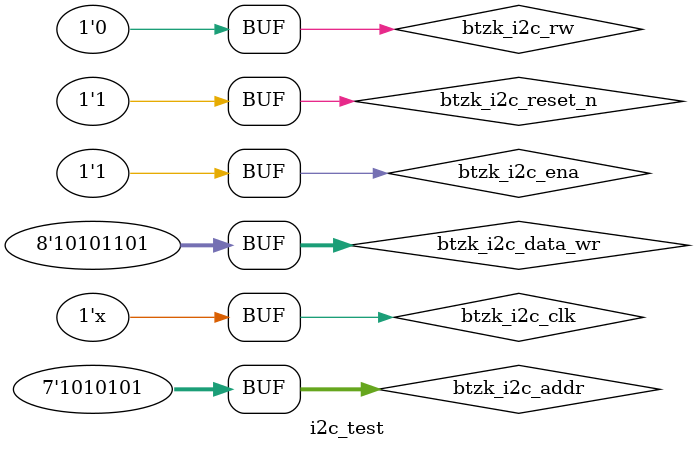
<source format=v>
`timescale 1ns / 1ps


module i2c_test;

	// Inputs
	reg btzk_i2c_clk;
	reg btzk_i2c_reset_n;
	reg btzk_i2c_ena;
	reg [6:0] btzk_i2c_addr;
	reg btzk_i2c_rw;
	reg [7:0] btzk_i2c_data_wr;

	// Outputs
	wire [7:0] btzk_i2c_data_rd;
	wire btzk_i2c_ack_err;
	wire btzk_i2c_busy;

	// Bidirs
	wire btzk_i2c_scl;
	wire btzk_i2c_sda;

	// Instantiate the Unit Under Test (UUT)
	btzk_i2c uut (
		.btzk_i2c_clk(btzk_i2c_clk), 
		.btzk_i2c_reset_n(btzk_i2c_reset_n), 
		.btzk_i2c_ena(btzk_i2c_ena), 
		.btzk_i2c_addr(btzk_i2c_addr), 
		.btzk_i2c_rw(btzk_i2c_rw), 
		.btzk_i2c_data_wr(btzk_i2c_data_wr), 
		.btzk_i2c_data_rd(btzk_i2c_data_rd), 
		.btzk_i2c_ack_err(btzk_i2c_ack_err), 
		.btzk_i2c_busy(btzk_i2c_busy), 
		.btzk_i2c_scl(btzk_i2c_scl), 
		.btzk_i2c_sda(btzk_i2c_sda)
	);

	initial begin
		// Initialize Inputs
		btzk_i2c_clk = 0;
		btzk_i2c_reset_n = 0;
		btzk_i2c_ena = 0;
		btzk_i2c_addr = 0;
		btzk_i2c_rw = 0;
		btzk_i2c_data_wr = 0;

		// Wait 100 ns for global reset to finish
		#100;
        
		// Add stimulus here
		btzk_i2c_addr <= 7'h55;
		btzk_i2c_data_wr <= 8'hAD;
		btzk_i2c_ena <= 1;
		btzk_i2c_reset_n <= 1;

	end
	
	always 
		#5 btzk_i2c_clk = ~btzk_i2c_clk;
      
endmodule


</source>
